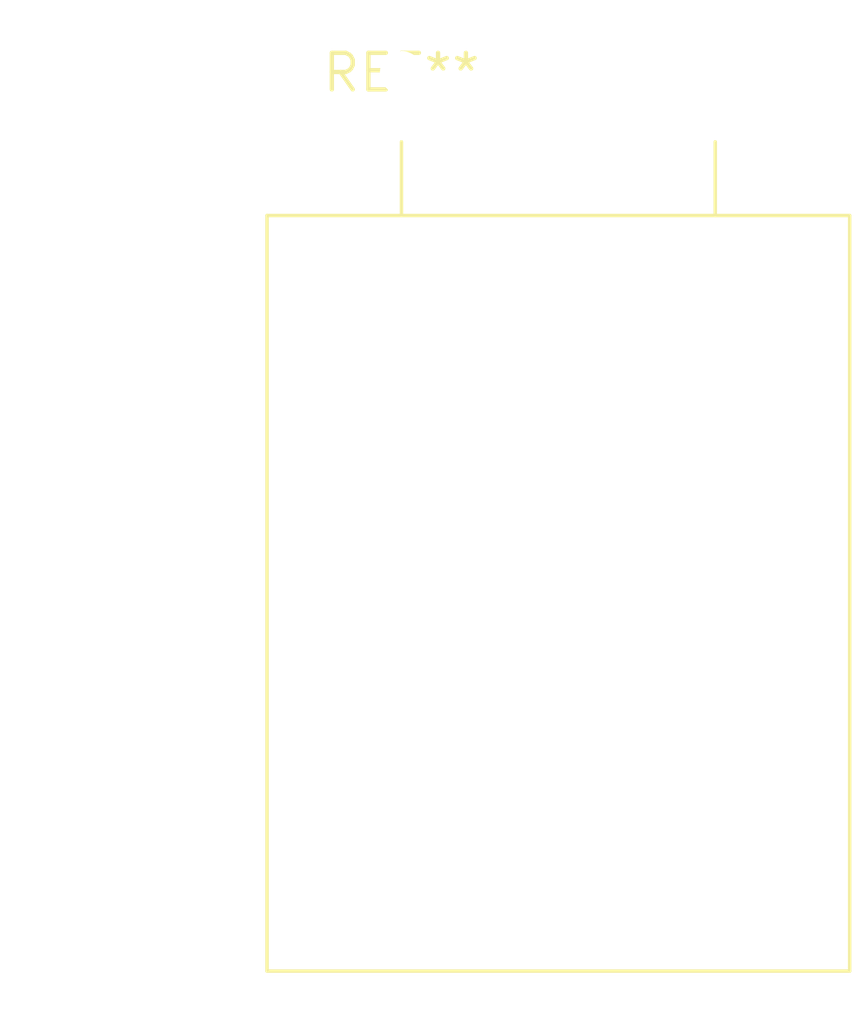
<source format=kicad_pcb>
(kicad_pcb (version 20240108) (generator pcbnew)
  (layers (0 "F.Cu" signal) (31 "B.Cu" signal) (34 "B.Paste" user) (35 "F.Paste" user) (36 "B.SilkS" user "B.Silkscreen") (37 "F.SilkS" user "F.Silkscreen") (38 "B.Mask" user) (39 "F.Mask" user) (44 "Edge.Cuts" user))
  (net 0 "")
  (footprint "TO-264-2_Horizontal_TabUp" (layer "F.Cu") (at 0 0)
    (property "Reference" "REF**")
    (property "Value" "TO-264-2_Horizontal_TabUp")
    (fp_line (start -4.67 4.96) (end -4.67 31.2) (layer "F.SilkS") (stroke (width 0.12)))
    (fp_line (start -4.67 4.96) (end 15.57 4.96) (layer "F.SilkS") (stroke (width 0.12)))
    (fp_line (start -4.67 31.2) (end 15.57 31.2) (layer "F.SilkS") (stroke (width 0.12)))
    (fp_line (start 0 2.4) (end 0 4.96) (layer "F.SilkS") (stroke (width 0.12)))
    (fp_line (start 10.9 2.4) (end 10.9 4.96) (layer "F.SilkS") (stroke (width 0.12)))
    (fp_line (start 15.57 4.96) (end 15.57 31.2) (layer "F.SilkS") (stroke (width 0.12)))
    (pad "" np_thru_hole oval (at 5.45 25.08) (size 3.3 3.3) (drill 3.3) (layers *.Cu *.Mask))
    (pad "1" thru_hole rect (at 0 0) (size 2.5 4.5) (drill 1.5) (layers *.Cu *.Mask) (remove_unused_layers))
    (pad "2" thru_hole oval (at 10.9 0) (size 2.5 4.5) (drill 1.5) (layers *.Cu *.Mask) (remove_unused_layers))
  )
)
</source>
